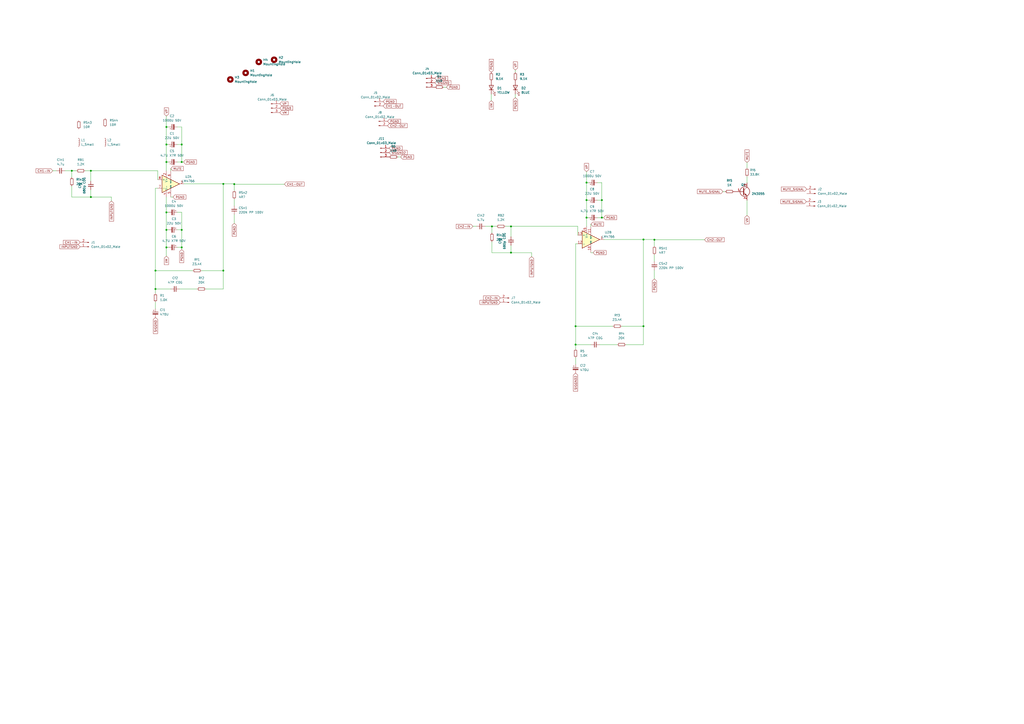
<source format=kicad_sch>
(kicad_sch (version 20231120) (generator "eeschema") (generator_version "8.0")
  (paper "A2")
  (lib_symbols
    (symbol "Amplifier_Audio:LM4766" (pin_names (offset 0.127))
      (property "Reference" "U" (at 5.08 6.35 0))
      (property "Value" "LM4766" (at 5.08 3.81 0))
      (symbol "LM4766_0_1"
        (polyline (pts (xy -5.08 5.08) (xy 5.08 0) (xy -5.08 -5.08) (xy -5.08 5.08)) (stroke (width 0.254)) (fill (type background)))
      )
      (symbol "LM4766_1_1"
        (pin power_in line (at -2.54 7.62 270) (length 3.81) (name "V+") (number "2"))
        (pin output line (at 7.62 0 180) (length 2.54) (name "~") (number "3"))
        (pin power_in line (at -2.54 -7.62 90) (length 3.81) (name "V-") (number "4"))
        (pin power_in line (at 0 -7.62 90) (length 5.08) (name "GND") (number "5"))
        (pin input line (at 0 7.62 270) (length 5.08) (name "MUTE") (number "6"))
        (pin input line (at -7.62 -2.54 0) (length 2.54) (name "-") (number "7"))
        (pin input line (at -7.62 2.54 0) (length 2.54) (name "+") (number "8"))
        (pin no_connect line (at 0 2.54 270) (length 2.54) hide (name "NC") (number "9"))
      )
      (symbol "LM4766_2_1"
        (pin output line (at 7.62 0 180) (length 2.54) (name "~") (number "1"))
        (pin power_in line (at 0 -7.62 90) (length 5.08) (name "GND") (number "10"))
        (pin input line (at 0 7.62 270) (length 5.08) (name "MUTE") (number "11"))
        (pin input line (at -7.62 -2.54 0) (length 2.54) (name "-") (number "12"))
        (pin input line (at -7.62 2.54 0) (length 2.54) (name "+") (number "13"))
        (pin no_connect line (at 0 2.54 270) (length 2.54) hide (name "NC") (number "14"))
        (pin power_in line (at -2.54 7.62 270) (length 3.81) (name "V+") (number "15"))
      )
    )
    (symbol "Connector:Conn_01x02_Male" (pin_names (offset 1.016) hide)
      (property "Reference" "J" (at 0 2.54 0))
      (property "Value" "Conn_01x02_Male" (at 0 -5.08 0))
      (symbol "Conn_01x02_Male_1_1"
        (polyline (pts (xy 1.27 -2.54) (xy 0.8636 -2.54)) (stroke (width 0.1524)))
        (polyline (pts (xy 1.27 0) (xy 0.8636 0)) (stroke (width 0.1524)))
        (rectangle (start 0.8636 -2.413) (end 0 -2.667) (stroke (width 0.1524)) (fill (type outline)))
        (rectangle (start 0.8636 0.127) (end 0 -0.127) (stroke (width 0.1524)) (fill (type outline)))
        (pin passive line (at 5.08 0 180) (length 3.81) (name "Pin_1") (number "1"))
        (pin passive line (at 5.08 -2.54 180) (length 3.81) (name "Pin_2") (number "2"))
      )
    )
    (symbol "Connector:Conn_01x03_Male" (pin_names (offset 1.016) hide)
      (property "Reference" "J" (at 0 5.08 0))
      (property "Value" "Conn_01x03_Male" (at 0 -5.08 0))
      (symbol "Conn_01x03_Male_1_1"
        (polyline (pts (xy 1.27 -2.54) (xy 0.8636 -2.54)) (stroke (width 0.1524)))
        (polyline (pts (xy 1.27 0) (xy 0.8636 0)) (stroke (width 0.1524)))
        (polyline (pts (xy 1.27 2.54) (xy 0.8636 2.54)) (stroke (width 0.1524)))
        (rectangle (start 0.8636 -2.413) (end 0 -2.667) (stroke (width 0.1524)) (fill (type outline)))
        (rectangle (start 0.8636 0.127) (end 0 -0.127) (stroke (width 0.1524)) (fill (type outline)))
        (rectangle (start 0.8636 2.667) (end 0 2.413) (stroke (width 0.1524)) (fill (type outline)))
        (pin passive line (at 5.08 2.54 180) (length 3.81) (name "Pin_1") (number "1"))
        (pin passive line (at 5.08 0 180) (length 3.81) (name "Pin_2") (number "2"))
        (pin passive line (at 5.08 -2.54 180) (length 3.81) (name "Pin_3") (number "3"))
      )
    )
    (symbol "Device:C_Polarized_Small" (pin_numbers hide) (pin_names (offset 0.254) hide)
      (property "Reference" "C" (at 0.254 1.778 0))
      (property "Value" "C_Polarized_Small" (at 0.254 -2.032 0))
      (symbol "C_Polarized_Small_0_1"
        (rectangle (start -1.524 -0.3048) (end 1.524 -0.6858) (fill (type outline)))
        (rectangle (start -1.524 0.6858) (end 1.524 0.3048))
        (polyline (pts (xy -1.27 1.524) (xy -0.762 1.524)))
        (polyline (pts (xy -1.016 1.27) (xy -1.016 1.778)))
      )
      (symbol "C_Polarized_Small_1_1"
        (pin passive line (at 0 2.54 270) (length 1.8542) (name "~") (number "1"))
        (pin passive line (at 0 -2.54 90) (length 1.8542) (name "~") (number "2"))
      )
    )
    (symbol "Device:C_Small" (pin_numbers hide) (pin_names (offset 0.254) hide)
      (property "Reference" "C" (at 0.254 1.778 0))
      (property "Value" "C_Small" (at 0.254 -2.032 0))
      (symbol "C_Small_0_1"
        (polyline (pts (xy -1.524 -0.508) (xy 1.524 -0.508)) (stroke (width 0.3302)))
        (polyline (pts (xy -1.524 0.508) (xy 1.524 0.508)) (stroke (width 0.3048)))
      )
      (symbol "C_Small_1_1"
        (pin passive line (at 0 2.54 270) (length 2.032) (name "~") (number "1"))
        (pin passive line (at 0 -2.54 90) (length 2.032) (name "~") (number "2"))
      )
    )
    (symbol "Device:LED" (pin_numbers hide) (pin_names (offset 1.016) hide)
      (property "Reference" "D" (at 0 2.54 0))
      (property "Value" "LED" (at 0 -2.54 0))
      (symbol "LED_0_1"
        (polyline (pts (xy -1.27 -1.27) (xy -1.27 1.27)) (stroke (width 0.254)))
        (polyline (pts (xy -1.27 0) (xy 1.27 0)))
        (polyline (pts (xy 1.27 -1.27) (xy 1.27 1.27) (xy -1.27 0) (xy 1.27 -1.27)) (stroke (width 0.254)))
        (polyline (pts (xy -3.048 -0.762) (xy -4.572 -2.286) (xy -3.81 -2.286) (xy -4.572 -2.286) (xy -4.572 -1.524)))
        (polyline (pts (xy -1.778 -0.762) (xy -3.302 -2.286) (xy -2.54 -2.286) (xy -3.302 -2.286) (xy -3.302 -1.524)))
      )
      (symbol "LED_1_1"
        (pin passive line (at -3.81 0 0) (length 2.54) (name "K") (number "1"))
        (pin passive line (at 3.81 0 180) (length 2.54) (name "A") (number "2"))
      )
    )
    (symbol "Device:L_Small" (pin_numbers hide) (pin_names (offset 0.254) hide)
      (property "Reference" "L" (at 0.762 1.016 0))
      (property "Value" "L_Small" (at 0.762 -1.016 0))
      (symbol "L_Small_0_1"
        (arc (start 0 -2.032) (mid 0.5058 -1.524) (end 0 -1.016))
        (arc (start 0 -1.016) (mid 0.5058 -0.508) (end 0 0))
        (arc (start 0 0) (mid 0.5058 0.508) (end 0 1.016))
        (arc (start 0 1.016) (mid 0.5058 1.524) (end 0 2.032))
      )
      (symbol "L_Small_1_1"
        (pin passive line (at 0 2.54 270) (length 0.508) (name "~") (number "1"))
        (pin passive line (at 0 -2.54 90) (length 0.508) (name "~") (number "2"))
      )
    )
    (symbol "Device:R_Small" (pin_numbers hide) (pin_names (offset 0.254) hide)
      (property "Reference" "R" (at 0.762 0.508 0))
      (property "Value" "R_Small" (at 0.762 -1.016 0))
      (symbol "R_Small_0_1"
        (rectangle (start -0.762 1.778) (end 0.762 -1.778) (stroke (width 0.2032)))
      )
      (symbol "R_Small_1_1"
        (pin passive line (at 0 2.54 270) (length 0.762) (name "~") (number "1"))
        (pin passive line (at 0 -2.54 90) (length 0.762) (name "~") (number "2"))
      )
    )
    (symbol "Mechanical:MountingHole" (pin_names (offset 1.016))
      (property "Reference" "H" (at 0 5.08 0))
      (property "Value" "MountingHole" (at 0 3.175 0))
      (symbol "MountingHole_0_1"
        (circle (center 0 0) (radius 1.27) (stroke (width 1.27)))
      )
    )
    (symbol "Transistor_BJT:2N3055" (pin_names (offset 0) hide)
      (property "Reference" "Q" (at 5.08 1.905 0))
      (property "Value" "2N3055" (at 5.08 0 0))
      (symbol "2N3055_0_1"
        (polyline (pts (xy 0.635 0.635) (xy 2.54 2.54)))
        (polyline (pts (xy 0.635 -0.635) (xy 2.54 -2.54) (xy 2.54 -2.54)))
        (polyline (pts (xy 0.635 1.905) (xy 0.635 -1.905) (xy 0.635 -1.905)) (stroke (width 0.508)))
        (polyline (pts (xy 1.27 -1.778) (xy 1.778 -1.27) (xy 2.286 -2.286) (xy 1.27 -1.778) (xy 1.27 -1.778)) (fill (type outline)))
        (circle (center 1.27 0) (radius 2.8194) (stroke (width 0.254)))
      )
      (symbol "2N3055_1_1"
        (pin input line (at -5.08 0 0) (length 5.715) (name "B") (number "1"))
        (pin passive line (at 2.54 -5.08 90) (length 2.54) (name "E") (number "2"))
        (pin passive line (at 2.54 5.08 270) (length 2.54) (name "C") (number "3"))
      )
    )
  )
  (junction (at 349.123 116.078))
  (junction (at 373.253 138.938))
  (junction (at 96.52 83.82))
  (junction (at 340.233 105.918))
  (junction (at 349.123 126.238))
  (junction (at 129.54 106.68))
  (junction (at 96.52 123.19))
  (junction (at 135.89 106.807))
  (junction (at 52.705 114.3))
  (junction (at 129.54 156.972))
  (junction (at 90.17 156.972))
  (junction (at 105.41 83.82))
  (junction (at 90.17 167.64))
  (junction (at 373.253 189.23))
  (junction (at 105.41 93.98))
  (junction (at 296.418 146.558))
  (junction (at 96.52 73.66))
  (junction (at 340.233 126.238))
  (junction (at 340.233 116.078))
  (junction (at 41.656 99.06))
  (junction (at 333.883 189.23))
  (junction (at 296.418 131.318))
  (junction (at 105.41 133.35))
  (junction (at 333.883 199.898))
  (junction (at 52.705 99.06))
  (junction (at 96.52 143.51))
  (junction (at 379.603 139.065))
  (junction (at 96.52 93.98))
  (junction (at 96.52 133.35))
  (junction (at 285.369 131.318))
  (junction (at 105.41 143.51))
  (wire (pts (xy 90.17 156.972) (xy 90.17 167.64)))
  (wire (pts (xy 116.84 156.972) (xy 129.54 156.972)))
  (wire (pts (xy 335.153 141.478) (xy 333.883 141.478)))
  (wire (pts (xy 102.87 133.35) (xy 105.41 133.35)))
  (wire (pts (xy 433.324 116.205) (xy 433.324 124.968)))
  (wire (pts (xy 308.356 146.558) (xy 308.356 148.844)))
  (wire (pts (xy 333.883 207.518) (xy 333.883 211.328)))
  (wire (pts (xy 419.354 111.125) (xy 420.624 111.125)))
  (wire (pts (xy 105.41 83.82) (xy 105.41 93.98)))
  (wire (pts (xy 340.233 105.918) (xy 341.503 105.918)))
  (wire (pts (xy 52.705 99.06) (xy 91.44 99.06)))
  (wire (pts (xy 135.89 115.57) (xy 135.89 119.38)))
  (wire (pts (xy 90.17 156.972) (xy 111.76 156.972)))
  (wire (pts (xy 281.432 131.318) (xy 285.369 131.318)))
  (wire (pts (xy 340.233 116.078) (xy 340.233 126.238)))
  (wire (pts (xy 379.603 147.828) (xy 379.603 151.638)))
  (wire (pts (xy 285.369 146.558) (xy 296.418 146.558)))
  (wire (pts (xy 41.656 114.3) (xy 52.705 114.3)))
  (wire (pts (xy 342.773 146.558) (xy 344.043 146.558)))
  (wire (pts (xy 285.369 140.208) (xy 285.369 146.558)))
  (wire (pts (xy 96.52 133.35) (xy 96.52 143.51)))
  (wire (pts (xy 96.52 123.19) (xy 96.52 133.35)))
  (wire (pts (xy 373.253 138.938) (xy 373.253 189.23)))
  (wire (pts (xy 230.759 91.059) (xy 232.41 91.059)))
  (wire (pts (xy 285.369 131.318) (xy 288.036 131.318)))
  (wire (pts (xy 105.41 143.51) (xy 105.41 144.78)))
  (wire (pts (xy 129.54 106.68) (xy 129.54 156.972)))
  (wire (pts (xy 91.44 99.06) (xy 91.44 104.14)))
  (wire (pts (xy 96.52 133.35) (xy 97.79 133.35)))
  (wire (pts (xy 129.54 156.972) (xy 129.54 167.64)))
  (wire (pts (xy 105.41 73.66) (xy 105.41 83.82)))
  (wire (pts (xy 296.418 131.318) (xy 296.418 137.287)))
  (wire (pts (xy 90.17 109.22) (xy 90.17 156.972)))
  (wire (pts (xy 340.233 126.238) (xy 341.503 126.238)))
  (wire (pts (xy 346.583 126.238) (xy 349.123 126.238)))
  (wire (pts (xy 119.38 167.64) (xy 129.54 167.64)))
  (wire (pts (xy 293.116 131.318) (xy 296.418 131.318)))
  (wire (pts (xy 335.153 131.318) (xy 335.153 136.398)))
  (wire (pts (xy 105.41 93.98) (xy 106.426 93.98)))
  (wire (pts (xy 96.52 143.51) (xy 97.79 143.51)))
  (wire (pts (xy 99.06 114.3) (xy 100.33 114.3)))
  (wire (pts (xy 102.87 73.66) (xy 105.41 73.66)))
  (wire (pts (xy 349.123 126.238) (xy 350.139 126.238)))
  (wire (pts (xy 346.583 116.078) (xy 349.123 116.078)))
  (wire (pts (xy 30.607 99.06) (xy 32.639 99.06)))
  (wire (pts (xy 433.324 102.489) (xy 433.324 106.045)))
  (wire (pts (xy 135.89 106.807) (xy 135.89 110.49)))
  (wire (pts (xy 49.403 99.06) (xy 52.705 99.06)))
  (wire (pts (xy 41.656 99.06) (xy 41.656 102.87)))
  (wire (pts (xy 52.705 114.3) (xy 64.643 114.3)))
  (wire (pts (xy 129.54 106.68) (xy 135.89 106.68)))
  (wire (pts (xy 96.52 83.82) (xy 97.79 83.82)))
  (wire (pts (xy 99.06 167.64) (xy 90.17 167.64)))
  (wire (pts (xy 360.553 189.23) (xy 373.253 189.23)))
  (wire (pts (xy 333.883 199.898) (xy 333.883 202.438)))
  (wire (pts (xy 102.87 143.51) (xy 105.41 143.51)))
  (wire (pts (xy 333.883 141.478) (xy 333.883 189.23)))
  (wire (pts (xy 52.705 110.109) (xy 52.705 114.3)))
  (wire (pts (xy 105.41 133.35) (xy 105.41 143.51)))
  (wire (pts (xy 340.233 99.568) (xy 340.233 105.918)))
  (wire (pts (xy 135.89 106.807) (xy 135.89 106.68)))
  (wire (pts (xy 340.233 116.078) (xy 341.503 116.078)))
  (wire (pts (xy 379.603 139.065) (xy 408.686 139.065)))
  (wire (pts (xy 96.52 73.66) (xy 96.52 83.82)))
  (wire (pts (xy 96.52 73.66) (xy 97.79 73.66)))
  (wire (pts (xy 379.603 156.718) (xy 379.603 161.798)))
  (wire (pts (xy 105.41 123.19) (xy 105.41 133.35)))
  (wire (pts (xy 135.89 106.807) (xy 164.973 106.807)))
  (wire (pts (xy 333.883 189.23) (xy 355.473 189.23)))
  (wire (pts (xy 284.988 58.42) (xy 284.988 54.61)))
  (wire (pts (xy 346.583 105.918) (xy 349.123 105.918)))
  (wire (pts (xy 298.958 56.642) (xy 298.958 54.61)))
  (wire (pts (xy 41.656 107.95) (xy 41.656 114.3)))
  (wire (pts (xy 347.853 199.898) (xy 358.013 199.898)))
  (wire (pts (xy 37.719 99.06) (xy 41.656 99.06)))
  (wire (pts (xy 91.44 109.22) (xy 90.17 109.22)))
  (wire (pts (xy 433.324 94.234) (xy 433.324 97.409)))
  (wire (pts (xy 379.603 139.065) (xy 379.603 142.748)))
  (wire (pts (xy 96.52 83.82) (xy 96.52 93.98)))
  (wire (pts (xy 342.773 199.898) (xy 333.883 199.898)))
  (wire (pts (xy 135.89 124.46) (xy 135.89 129.54)))
  (wire (pts (xy 96.52 123.19) (xy 97.79 123.19)))
  (wire (pts (xy 363.093 199.898) (xy 373.253 199.898)))
  (wire (pts (xy 99.06 97.79) (xy 99.06 99.06)))
  (wire (pts (xy 102.87 83.82) (xy 105.41 83.82)))
  (wire (pts (xy 333.883 189.23) (xy 333.883 199.898)))
  (wire (pts (xy 296.418 131.318) (xy 335.153 131.318)))
  (wire (pts (xy 257.302 50.546) (xy 258.953 50.546)))
  (wire (pts (xy 90.17 175.26) (xy 90.17 179.07)))
  (wire (pts (xy 349.123 105.918) (xy 349.123 116.078)))
  (wire (pts (xy 373.253 138.938) (xy 379.603 138.938)))
  (wire (pts (xy 90.17 167.64) (xy 90.17 170.18)))
  (wire (pts (xy 340.233 105.918) (xy 340.233 116.078)))
  (wire (pts (xy 102.87 93.98) (xy 105.41 93.98)))
  (wire (pts (xy 373.253 189.23) (xy 373.253 199.898)))
  (wire (pts (xy 96.52 114.3) (xy 96.52 123.19)))
  (wire (pts (xy 285.369 131.318) (xy 285.369 135.128)))
  (wire (pts (xy 106.68 106.68) (xy 129.54 106.68)))
  (wire (pts (xy 296.418 142.367) (xy 296.418 146.558)))
  (wire (pts (xy 96.52 93.98) (xy 97.79 93.98)))
  (wire (pts (xy 342.773 130.048) (xy 342.773 131.318)))
  (wire (pts (xy 96.52 143.51) (xy 96.52 148.59)))
  (wire (pts (xy 52.705 99.06) (xy 52.705 105.029)))
  (wire (pts (xy 349.123 116.078) (xy 349.123 126.238)))
  (wire (pts (xy 64.643 114.3) (xy 64.643 116.586)))
  (wire (pts (xy 104.14 167.64) (xy 114.3 167.64)))
  (wire (pts (xy 296.418 146.558) (xy 308.356 146.558)))
  (wire (pts (xy 102.87 123.19) (xy 105.41 123.19)))
  (wire (pts (xy 340.233 126.238) (xy 340.233 131.318)))
  (wire (pts (xy 274.32 131.318) (xy 276.352 131.318)))
  (wire (pts (xy 298.958 40.64) (xy 298.958 41.91)))
  (wire (pts (xy 41.656 99.06) (xy 44.323 99.06)))
  (wire (pts (xy 96.52 93.98) (xy 96.52 99.06)))
  (wire (pts (xy 96.52 67.31) (xy 96.52 73.66)))
  (wire (pts (xy 350.393 138.938) (xy 373.253 138.938)))
  (wire (pts (xy 379.603 139.065) (xy 379.603 138.938)))
  (global_label "MUTE" (shape input) (at 342.773 130.048 0) (property "Intersheetrefs" "${INTERSHEET_REFS}" (effects (hide yes))))
  (global_label "CH1-OUT" (shape input) (at 164.973 106.807 0) (property "Intersheetrefs" "${INTERSHEET_REFS}" (effects (hide yes))))
  (global_label "VP" (shape input) (at 298.958 40.64 90) (property "Intersheetrefs" "${INTERSHEET_REFS}" (effects (hide yes))))
  (global_label "PGND" (shape input) (at 298.958 56.642 270) (property "Intersheetrefs" "${INTERSHEET_REFS}" (effects (hide yes))))
  (global_label "PGND" (shape input) (at 105.41 144.78 270) (property "Intersheetrefs" "${INTERSHEET_REFS}" (effects (hide yes))))
  (global_label "PGND" (shape input) (at 225.679 85.979 0) (property "Intersheetrefs" "${INTERSHEET_REFS}" (effects (hide yes))))
  (global_label "CH1-IN" (shape input) (at 46.482 140.589 180) (property "Intersheetrefs" "${INTERSHEET_REFS}" (effects (hide yes))))
  (global_label "PGND" (shape input) (at 162.306 62.738 0) (property "Intersheetrefs" "${INTERSHEET_REFS}" (effects (hide yes))))
  (global_label "VM" (shape input) (at 433.324 124.968 270) (property "Intersheetrefs" "${INTERSHEET_REFS}" (effects (hide yes))))
  (global_label "CH1-IN" (shape input) (at 30.607 99.06 180) (property "Intersheetrefs" "${INTERSHEET_REFS}" (effects (hide yes))))
  (global_label "PGND" (shape input) (at 258.953 50.546 0) (property "Intersheetrefs" "${INTERSHEET_REFS}" (effects (hide yes))))
  (global_label "MUTE_SIGNAL" (shape input) (at 467.741 116.967 180) (property "Intersheetrefs" "${INTERSHEET_REFS}" (effects (hide yes))))
  (global_label "VP" (shape input) (at 162.306 60.198 0) (property "Intersheetrefs" "${INTERSHEET_REFS}" (effects (hide yes))))
  (global_label "SIGGND" (shape input) (at 90.17 184.15 270) (property "Intersheetrefs" "${INTERSHEET_REFS}" (effects (hide yes))))
  (global_label "SIGGND" (shape input) (at 252.222 48.006 0) (property "Intersheetrefs" "${INTERSHEET_REFS}" (effects (hide yes))))
  (global_label "VP" (shape input) (at 340.233 99.568 90) (property "Intersheetrefs" "${INTERSHEET_REFS}" (effects (hide yes))))
  (global_label "PGND" (shape input) (at 252.222 45.466 0) (property "Intersheetrefs" "${INTERSHEET_REFS}" (effects (hide yes))))
  (global_label "CH2-IN" (shape input) (at 290.195 172.847 180) (property "Intersheetrefs" "${INTERSHEET_REFS}" (effects (hide yes))))
  (global_label "VM" (shape input) (at 162.306 65.278 0) (property "Intersheetrefs" "${INTERSHEET_REFS}" (effects (hide yes))))
  (global_label "PGND" (shape input) (at 100.33 114.3 0) (property "Intersheetrefs" "${INTERSHEET_REFS}" (effects (hide yes))))
  (global_label "VM" (shape input) (at 284.988 58.42 270) (property "Intersheetrefs" "${INTERSHEET_REFS}" (effects (hide yes))))
  (global_label "CH2-OUT" (shape input) (at 408.686 139.065 0) (property "Intersheetrefs" "${INTERSHEET_REFS}" (effects (hide yes))))
  (global_label "VP" (shape input) (at 96.52 67.31 90) (property "Intersheetrefs" "${INTERSHEET_REFS}" (effects (hide yes))))
  (global_label "PGND" (shape input) (at 350.139 126.238 0) (property "Intersheetrefs" "${INTERSHEET_REFS}" (effects (hide yes))))
  (global_label "INPUTGND" (shape input) (at 308.356 148.844 270) (property "Intersheetrefs" "${INTERSHEET_REFS}" (effects (hide yes))))
  (global_label "INPUTGND" (shape input) (at 290.195 175.387 180) (property "Intersheetrefs" "${INTERSHEET_REFS}" (effects (hide yes))))
  (global_label "SIGGND2" (shape input) (at 333.883 216.408 270) (property "Intersheetrefs" "${INTERSHEET_REFS}" (effects (hide yes))))
  (global_label "CH2-IN" (shape input) (at 274.32 131.318 180) (property "Intersheetrefs" "${INTERSHEET_REFS}" (effects (hide yes))))
  (global_label "PGND" (shape input) (at 344.043 146.558 0) (property "Intersheetrefs" "${INTERSHEET_REFS}" (effects (hide yes))))
  (global_label "PGND" (shape input) (at 232.41 91.059 0) (property "Intersheetrefs" "${INTERSHEET_REFS}" (effects (hide yes))))
  (global_label "PGND" (shape input) (at 284.988 41.91 90) (property "Intersheetrefs" "${INTERSHEET_REFS}" (effects (hide yes))))
  (global_label "INPUTGND" (shape input) (at 46.482 143.129 180) (property "Intersheetrefs" "${INTERSHEET_REFS}" (effects (hide yes))))
  (global_label "PGND" (shape input) (at 224.79 70.358 0) (property "Intersheetrefs" "${INTERSHEET_REFS}" (effects (hide yes))))
  (global_label "MUTE_SIGNAL" (shape input) (at 419.354 111.125 180) (property "Intersheetrefs" "${INTERSHEET_REFS}" (effects (hide yes))))
  (global_label "MUTE" (shape input) (at 99.06 97.79 0) (property "Intersheetrefs" "${INTERSHEET_REFS}" (effects (hide yes))))
  (global_label "PGND" (shape input) (at 106.426 93.98 0) (property "Intersheetrefs" "${INTERSHEET_REFS}" (effects (hide yes))))
  (global_label "CH2-OUT" (shape input) (at 224.79 72.898 0) (property "Intersheetrefs" "${INTERSHEET_REFS}" (effects (hide yes))))
  (global_label "INPUTGND" (shape input) (at 64.643 116.586 270) (property "Intersheetrefs" "${INTERSHEET_REFS}" (effects (hide yes))))
  (global_label "VM" (shape input) (at 96.52 148.59 270) (property "Intersheetrefs" "${INTERSHEET_REFS}" (effects (hide yes))))
  (global_label "CH1-OUT" (shape input) (at 222.25 61.468 0) (property "Intersheetrefs" "${INTERSHEET_REFS}" (effects (hide yes))))
  (global_label "PGND" (shape input) (at 379.603 161.798 270) (property "Intersheetrefs" "${INTERSHEET_REFS}" (effects (hide yes))))
  (global_label "MUTE_SIGNAL" (shape input) (at 467.995 109.728 180) (property "Intersheetrefs" "${INTERSHEET_REFS}" (effects (hide yes))))
  (global_label "SIGGND2" (shape input) (at 225.679 88.519 0) (property "Intersheetrefs" "${INTERSHEET_REFS}" (effects (hide yes))))
  (global_label "MUTE" (shape input) (at 433.324 94.234 90) (property "Intersheetrefs" "${INTERSHEET_REFS}" (effects (hide yes))))
  (global_label "PGND" (shape input) (at 222.25 58.928 0) (property "Intersheetrefs" "${INTERSHEET_REFS}" (effects (hide yes))))
  (global_label "PGND" (shape input) (at 135.89 129.54 270) (property "Intersheetrefs" "${INTERSHEET_REFS}" (effects (hide yes))))
  (symbol (lib_id "Device:R_Small") (at 333.883 204.978 0) (unit 1)
    (property "Reference" "R5" (at 336.423 203.7079 0) (effects (justify left)))
    (property "Value" "1.0K" (at 336.423 206.2479 0) (effects (justify left)))
    (property "Footprint" "Resistor_SMD:R_1206_3216Metric_Pad1.30x1.75mm_HandSolder" (effects (hide yes)))
  )
  (symbol (lib_id "Connector:Conn_01x03_Male") (at 157.226 62.738 0) (unit 1)
    (property "Reference" "J6" (at 157.861 55.118 0))
    (property "Value" "Conn_01x03_Male" (at 157.861 57.658 0))
    (property "Footprint" "Connector_JST:JST_VH_B3P-VH-B_1x03_P3.96mm_Vertical" (effects (hide yes)))
  )
  (symbol (lib_id "Device:R_Small") (at 298.958 44.45 180) (unit 1)
    (property "Reference" "R3" (at 301.498 43.1799 0) (effects (justify right)))
    (property "Value" "9.1K" (at 301.498 45.7199 0) (effects (justify right)))
    (property "Footprint" "Resistor_SMD:R_0805_2012Metric_Pad1.20x1.40mm_HandSolder" (effects (hide yes)))
  )
  (symbol (lib_id "Device:C_Small") (at 296.418 139.827 0) (unit 1)
    (property "Reference" "Cf3" (at 290.068 139.8334 90))
    (property "Value" "680p C0G" (at 292.608 139.8334 90))
    (property "Footprint" "Capacitor_SMD:C_1206_3216Metric_Pad1.33x1.80mm_HandSolder" (effects (hide yes)))
  )
  (symbol (lib_id "Device:R_Small") (at 360.553 199.898 270) (unit 1)
    (property "Reference" "Rf4" (at 360.553 193.548 90))
    (property "Value" "20K" (at 360.553 196.088 90))
    (property "Footprint" "Resistor_SMD:R_1206_3216Metric_Pad1.30x1.75mm_HandSolder" (effects (hide yes)))
  )
  (symbol (lib_id "Device:C_Polarized_Small") (at 100.33 143.51 270) (unit 1)
    (property "Reference" "C6" (at 100.8761 137.16 90))
    (property "Value" "4.7U X7R 50V" (at 100.8761 139.7 90))
    (property "Footprint" "Capacitor_SMD:C_1206_3216Metric_Pad1.33x1.80mm_HandSolder" (effects (hide yes)))
  )
  (symbol (lib_id "Mechanical:MountingHole") (at 150.114 35.941 0) (unit 1)
    (property "Reference" "H4" (at 152.654 34.6709 0) (effects (justify left)))
    (property "Value" "MountingHole" (at 152.654 37.2109 0) (effects (justify left)))
    (property "Footprint" "MountingHole:MountingHole_3mm" (effects (hide yes)))
  )
  (symbol (lib_id "Device:R_Small") (at 254.762 50.546 90) (unit 1)
    (property "Reference" "R4" (at 254.762 44.45 90))
    (property "Value" "15R" (at 254.762 46.99 90))
    (property "Footprint" "Resistor_SMD:R_0805_2012Metric_Pad1.20x1.40mm_HandSolder" (effects (hide yes)))
  )
  (symbol (lib_id "Device:R_Small") (at 60.96 71.12 180) (unit 1)
    (property "Reference" "RSn4" (at 63.5 69.8499 0) (effects (justify right)))
    (property "Value" "10R" (at 63.5 72.3899 0) (effects (justify right)))
    (property "Footprint" "Resistor_SMD:R_4020_10251Metric_Pad1.65x5.30mm_HandSolder" (effects (hide yes)))
  )
  (symbol (lib_id "Device:C_Polarized_Small") (at 90.17 181.61 0) (unit 1)
    (property "Reference" "Ci1" (at 92.71 179.7938 0) (effects (justify left)))
    (property "Value" "470U" (at 92.71 182.3338 0) (effects (justify left)))
    (property "Footprint" "Capacitor_THT:CP_Radial_D12.5mm_P5.00mm" (effects (hide yes)))
  )
  (symbol (lib_id "Device:C_Polarized_Small") (at 344.043 126.238 90) (unit 1)
    (property "Reference" "C9" (at 343.4969 119.888 90))
    (property "Value" "4.7U X7R 50V" (at 343.4969 122.428 90))
    (property "Footprint" "Capacitor_SMD:C_1206_3216Metric_Pad1.33x1.80mm_HandSolder" (effects (hide yes)))
  )
  (symbol (lib_id "Device:R_Small") (at 379.603 145.288 180) (unit 1)
    (property "Reference" "RSn1" (at 382.143 144.0179 0) (effects (justify right)))
    (property "Value" "4R7" (at 382.143 146.5579 0) (effects (justify right)))
    (property "Footprint" "Resistor_SMD:R_2512_6332Metric_Pad1.40x3.35mm_HandSolder" (effects (hide yes)))
  )
  (symbol (lib_id "Device:R_Small") (at 135.89 113.03 180) (unit 1)
    (property "Reference" "RSn2" (at 138.43 111.7599 0) (effects (justify right)))
    (property "Value" "4R7" (at 138.43 114.2999 0) (effects (justify right)))
    (property "Footprint" "Resistor_SMD:R_2512_6332Metric_Pad1.40x3.35mm_HandSolder" (effects (hide yes)))
  )
  (symbol (lib_id "Device:R_Small") (at 290.576 131.318 90) (unit 1)
    (property "Reference" "RB2" (at 290.576 124.968 90))
    (property "Value" "1.2K" (at 290.576 127.508 90))
    (property "Footprint" "Resistor_SMD:R_1206_3216Metric_Pad1.30x1.75mm_HandSolder" (effects (hide yes)))
  )
  (symbol (lib_id "Amplifier_Audio:LM4766") (at 99.06 106.68 0) (unit 1)
    (property "Reference" "U2" (at 109.22 102.4891 0))
    (property "Value" "LM4766" (at 109.22 105.0291 0))
    (property "Footprint" "Package_TO_SOT_THT:TO-220-15_P2.54x2.54mm_StaggerOdd_Lead4.58mm_Vertical" (effects (hide yes)))
    (property "Datasheet" "http://www.ti.com/lit/ds/symlink/lm4766.pdf" (effects (hide yes)))
  )
  (symbol (lib_id "Connector:Conn_01x02_Male") (at 472.821 119.507 180) (unit 1)
    (property "Reference" "J3" (at 474.091 116.9669 0) (effects (justify right)))
    (property "Value" "Conn_01x02_Male" (at 474.091 119.5069 0) (effects (justify right)))
    (property "Footprint" "Connector_JST:JST_PH_B2B-PH-K_1x02_P2.00mm_Vertical" (effects (hide yes)))
  )
  (symbol (lib_id "Device:C_Polarized_Small") (at 344.043 116.078 90) (unit 1)
    (property "Reference" "C8" (at 343.4969 109.728 90))
    (property "Value" "22U 50V" (at 343.4969 112.268 90))
    (property "Footprint" "Capacitor_THT:CP_Radial_D6.3mm_P2.50mm" (effects (hide yes)))
  )
  (symbol (lib_id "Device:R_Small") (at 114.3 156.972 270) (unit 1)
    (property "Reference" "Rf1" (at 114.3 150.622 90))
    (property "Value" "23.4K" (at 114.3 153.162 90))
    (property "Footprint" "Resistor_SMD:R_1206_3216Metric_Pad1.30x1.75mm_HandSolder" (effects (hide yes)))
  )
  (symbol (lib_id "Connector:Conn_01x02_Male") (at 51.562 143.129 180) (unit 1)
    (property "Reference" "J1" (at 52.832 140.5889 0) (effects (justify right)))
    (property "Value" "Conn_01x02_Male" (at 52.832 143.1289 0) (effects (justify right)))
    (property "Footprint" "Connector_JST:JST_PH_B2B-PH-K_1x02_P2.00mm_Vertical" (effects (hide yes)))
  )
  (symbol (lib_id "Amplifier_Audio:LM4766") (at 342.773 138.938 0) (unit 2)
    (property "Reference" "U2" (at 352.806 134.7471 0))
    (property "Value" "LM4766" (at 352.806 137.2871 0))
    (property "Footprint" "Package_TO_SOT_THT:TO-220-15_P2.54x2.54mm_StaggerOdd_Lead4.58mm_Vertical" (effects (hide yes)))
    (property "Datasheet" "http://www.ti.com/lit/ds/symlink/lm4766.pdf" (effects (hide yes)))
  )
  (symbol (lib_id "Device:R_Small") (at 90.17 172.72 0) (unit 1)
    (property "Reference" "R1" (at 92.71 171.4499 0) (effects (justify left)))
    (property "Value" "1.0K" (at 92.71 173.9899 0) (effects (justify left)))
    (property "Footprint" "Resistor_SMD:R_1206_3216Metric_Pad1.30x1.75mm_HandSolder" (effects (hide yes)))
  )
  (symbol (lib_id "Device:C_Small") (at 35.179 99.06 90) (unit 1)
    (property "Reference" "Cin1" (at 35.1853 92.71 90))
    (property "Value" "4.7u" (at 35.1853 95.25 90))
    (property "Footprint" "Components:4.7uF Polypropylene Aliexpress" (effects (hide yes)))
  )
  (symbol (lib_id "Device:R_Small") (at 285.369 137.668 180) (unit 1)
    (property "Reference" "Rin2" (at 287.909 136.3979 0) (effects (justify right)))
    (property "Value" "20K" (at 287.909 138.9379 0) (effects (justify right)))
    (property "Footprint" "Resistor_SMD:R_1206_3216Metric_Pad1.30x1.75mm_HandSolder" (effects (hide yes)))
  )
  (symbol (lib_id "Mechanical:MountingHole") (at 133.604 46.101 0) (unit 1)
    (property "Reference" "H3" (at 136.144 44.8309 0) (effects (justify left)))
    (property "Value" "MountingHole" (at 136.144 47.3709 0) (effects (justify left)))
    (property "Footprint" "MountingHole:MountingHole_3mm" (effects (hide yes)))
  )
  (symbol (lib_id "Device:C_Small") (at 52.705 107.569 0) (unit 1)
    (property "Reference" "Cf1" (at 46.355 107.5754 90))
    (property "Value" "680p C0G" (at 48.895 107.5754 90))
    (property "Footprint" "Capacitor_SMD:C_1206_3216Metric_Pad1.33x1.80mm_HandSolder" (effects (hide yes)))
  )
  (symbol (lib_id "Device:R_Small") (at 116.84 167.64 270) (unit 1)
    (property "Reference" "Rf2" (at 116.84 161.29 90))
    (property "Value" "20K" (at 116.84 163.83 90))
    (property "Footprint" "Resistor_SMD:R_1206_3216Metric_Pad1.30x1.75mm_HandSolder" (effects (hide yes)))
  )
  (symbol (lib_id "Connector:Conn_01x02_Male") (at 219.71 70.358 0) (unit 1)
    (property "Reference" "J8" (at 220.345 65.278 0))
    (property "Value" "Conn_01x02_Male" (at 220.345 67.818 0))
    (property "Footprint" "Connector_JST:JST_VH_B2P-VH_1x02_P3.96mm_Vertical" (effects (hide yes)))
  )
  (symbol (lib_id "Device:R_Small") (at 284.988 44.45 180) (unit 1)
    (property "Reference" "R2" (at 287.528 43.1799 0) (effects (justify right)))
    (property "Value" "9.1K" (at 287.528 45.7199 0) (effects (justify right)))
    (property "Footprint" "Resistor_SMD:R_0805_2012Metric_Pad1.20x1.40mm_HandSolder" (effects (hide yes)))
  )
  (symbol (lib_id "Transistor_BJT:2N3055") (at 430.784 111.125 0) (unit 1)
    (property "Reference" "Q1" (at 429.895 107.188 0) (effects (justify left)))
    (property "Value" "2N3055" (at 435.991 112.3949 0) (effects (justify left)))
    (property "Footprint" "Package_TO_SOT_SMD:TSOT-23" (effects (hide yes)))
    (property "Datasheet" "http://www.onsemi.com/pub_link/Collateral/2N3055-D.PDF" (effects (hide yes)))
  )
  (symbol (lib_id "Mechanical:MountingHole") (at 142.494 42.291 0) (unit 1)
    (property "Reference" "H1" (at 145.034 41.0209 0) (effects (justify left)))
    (property "Value" "MountingHole" (at 145.034 43.5609 0) (effects (justify left)))
    (property "Footprint" "MountingHole:MountingHole_3mm" (effects (hide yes)))
  )
  (symbol (lib_id "Device:C_Small") (at 345.313 199.898 270) (unit 1)
    (property "Reference" "Cf4" (at 345.3066 193.548 90))
    (property "Value" "47P C0G" (at 345.3066 196.088 90))
    (property "Footprint" "Capacitor_SMD:C_1206_3216Metric_Pad1.33x1.80mm_HandSolder" (effects (hide yes)))
  )
  (symbol (lib_id "Device:C_Polarized_Small") (at 333.883 213.868 0) (unit 1)
    (property "Reference" "Ci2" (at 336.423 212.0518 0) (effects (justify left)))
    (property "Value" "470U" (at 336.423 214.5918 0) (effects (justify left)))
    (property "Footprint" "Capacitor_THT:CP_Radial_D12.5mm_P5.00mm" (effects (hide yes)))
  )
  (symbol (lib_id "Device:LED") (at 284.988 50.8 90) (unit 1)
    (property "Reference" "D1" (at 288.417 51.1174 90) (effects (justify right)))
    (property "Value" "YELLOW" (at 288.417 53.6574 90) (effects (justify right)))
    (property "Footprint" "LED_SMD:LED_0805_2012Metric_Pad1.15x1.40mm_HandSolder" (effects (hide yes)))
  )
  (symbol (lib_id "Device:R_Small") (at 41.656 105.41 180) (unit 1)
    (property "Reference" "Rin1" (at 44.196 104.1399 0) (effects (justify right)))
    (property "Value" "20K" (at 44.196 106.6799 0) (effects (justify right)))
    (property "Footprint" "Resistor_SMD:R_1206_3216Metric_Pad1.30x1.75mm_HandSolder" (effects (hide yes)))
  )
  (symbol (lib_id "Device:C_Small") (at 101.6 167.64 270) (unit 1)
    (property "Reference" "Cf2" (at 101.5936 161.29 90))
    (property "Value" "47P C0G" (at 101.5936 163.83 90))
    (property "Footprint" "Capacitor_SMD:C_1206_3216Metric_Pad1.33x1.80mm_HandSolder" (effects (hide yes)))
  )
  (symbol (lib_id "Device:R_Small") (at 358.013 189.23 270) (unit 1)
    (property "Reference" "Rf3" (at 358.013 182.88 90))
    (property "Value" "23.4K" (at 358.013 185.42 90))
    (property "Footprint" "Resistor_SMD:R_1206_3216Metric_Pad1.30x1.75mm_HandSolder" (effects (hide yes)))
  )
  (symbol (lib_id "Mechanical:MountingHole") (at 159.004 34.671 0) (unit 1)
    (property "Reference" "H2" (at 161.544 33.4009 0) (effects (justify left)))
    (property "Value" "MountingHole" (at 161.544 35.9409 0) (effects (justify left)))
    (property "Footprint" "MountingHole:MountingHole_3mm" (effects (hide yes)))
  )
  (symbol (lib_id "Connector:Conn_01x02_Male") (at 217.17 58.928 0) (unit 1)
    (property "Reference" "J5" (at 217.805 53.848 0))
    (property "Value" "Conn_01x02_Male" (at 217.805 56.388 0))
    (property "Footprint" "Connector_JST:JST_VH_B2P-VH_1x02_P3.96mm_Vertical" (effects (hide yes)))
  )
  (symbol (lib_id "Device:C_Polarized_Small") (at 344.043 105.918 90) (unit 1)
    (property "Reference" "C7" (at 343.4969 99.568 90))
    (property "Value" "1000U 50V" (at 343.4969 102.108 90))
    (property "Footprint" "Capacitor_THT:CP_Radial_D12.5mm_P5.00mm" (effects (hide yes)))
  )
  (symbol (lib_id "Device:C_Polarized_Small") (at 100.33 83.82 90) (unit 1)
    (property "Reference" "C1" (at 99.7839 77.47 90))
    (property "Value" "22U 50V" (at 99.7839 80.01 90))
    (property "Footprint" "Capacitor_THT:CP_Radial_D6.3mm_P2.50mm" (effects (hide yes)))
  )
  (symbol (lib_id "Connector:Conn_01x02_Male") (at 295.275 175.387 180) (unit 1)
    (property "Reference" "J7" (at 296.545 172.8469 0) (effects (justify right)))
    (property "Value" "Conn_01x02_Male" (at 296.545 175.3869 0) (effects (justify right)))
    (property "Footprint" "Connector_JST:JST_PH_B2B-PH-K_1x02_P2.00mm_Vertical" (effects (hide yes)))
  )
  (symbol (lib_id "Device:L_Small") (at 45.72 82.55 0) (unit 1)
    (property "Reference" "L1" (at 46.99 81.2799 0) (effects (justify left)))
    (property "Value" "L_Small" (at 46.99 83.8199 0) (effects (justify left)))
    (property "Footprint" "Custom:500nH Inductor Aliexpress Air Gap" (effects (hide yes)))
    (property "Description" "Inductor, small symbol" (effects (hide yes)))
  )
  (symbol (lib_id "Device:C_Small") (at 135.89 121.92 180) (unit 1)
    (property "Reference" "CSn1" (at 138.43 120.6435 0) (effects (justify right)))
    (property "Value" "220N PP 100V" (at 138.43 123.1835 0) (effects (justify right)))
    (property "Footprint" "Capacitor_THT:C_Rect_L18.0mm_W7.0mm_P15.00mm_FKS3_FKP3" (effects (hide yes)))
  )
  (symbol (lib_id "Connector:Conn_01x02_Male") (at 473.075 112.268 180) (unit 1)
    (property "Reference" "J2" (at 474.345 109.7279 0) (effects (justify right)))
    (property "Value" "Conn_01x02_Male" (at 474.345 112.2679 0) (effects (justify right)))
    (property "Footprint" "Connector_JST:JST_PH_B2B-PH-K_1x02_P2.00mm_Vertical" (effects (hide yes)))
  )
  (symbol (lib_id "Device:R_Small") (at 46.863 99.06 90) (unit 1)
    (property "Reference" "RB1" (at 46.863 92.71 90))
    (property "Value" "1.2K" (at 46.863 95.25 90))
    (property "Footprint" "Resistor_SMD:R_1206_3216Metric_Pad1.30x1.75mm_HandSolder" (effects (hide yes)))
  )
  (symbol (lib_id "Connector:Conn_01x03_Male") (at 220.599 88.519 0) (unit 1)
    (property "Reference" "J11" (at 221.234 80.391 0))
    (property "Value" "Conn_01x03_Male" (at 221.234 82.931 0))
    (property "Footprint" "Connector_PinHeader_2.54mm:PinHeader_1x03_P2.54mm_Vertical" (effects (hide yes)))
  )
  (symbol (lib_id "Device:L_Small") (at 60.96 82.55 0) (unit 1)
    (property "Reference" "L2" (at 62.23 81.2799 0) (effects (justify left)))
    (property "Value" "L_Small" (at 62.23 83.8199 0) (effects (justify left)))
    (property "Footprint" "Custom:500nH Inductor Aliexpress Air Gap" (effects (hide yes)))
    (property "Description" "Inductor, small symbol" (effects (hide yes)))
  )
  (symbol (lib_id "Device:LED") (at 298.958 50.8 90) (unit 1)
    (property "Reference" "D2" (at 302.387 51.1174 90) (effects (justify right)))
    (property "Value" "BLUE" (at 302.387 53.6574 90) (effects (justify right)))
    (property "Footprint" "LED_SMD:LED_0805_2012Metric_Pad1.15x1.40mm_HandSolder" (effects (hide yes)))
  )
  (symbol (lib_id "Device:C_Polarized_Small") (at 100.33 93.98 90) (unit 1)
    (property "Reference" "C5" (at 99.7839 87.63 90))
    (property "Value" "4.7U X7R 50V" (at 99.7839 90.17 90))
    (property "Footprint" "Capacitor_SMD:C_1206_3216Metric_Pad1.33x1.80mm_HandSolder" (effects (hide yes)))
  )
  (symbol (lib_id "Device:R_Small") (at 45.72 72.39 180) (unit 1)
    (property "Reference" "RSn3" (at 48.26 71.1199 0) (effects (justify right)))
    (property "Value" "10R" (at 48.26 73.6599 0) (effects (justify right)))
    (property "Footprint" "Resistor_SMD:R_4020_10251Metric_Pad1.65x5.30mm_HandSolder" (effects (hide yes)))
  )
  (symbol (lib_id "Device:C_Small") (at 278.892 131.318 90) (unit 1)
    (property "Reference" "Cin2" (at 278.8983 124.968 90))
    (property "Value" "4.7u" (at 278.8983 127.508 90))
    (property "Footprint" "Components:4.7uF Polypropylene Aliexpress" (effects (hide yes)))
  )
  (symbol (lib_id "Device:R_Small") (at 228.219 91.059 90) (unit 1)
    (property "Reference" "R6" (at 228.219 84.963 90))
    (property "Value" "15R" (at 228.219 87.503 90))
    (property "Footprint" "Resistor_SMD:R_0805_2012Metric_Pad1.20x1.40mm_HandSolder" (effects (hide yes)))
  )
  (symbol (lib_id "Connector:Conn_01x03_Male") (at 247.142 48.006 0) (unit 1)
    (property "Reference" "J4" (at 247.777 39.878 0))
    (property "Value" "Conn_01x03_Male" (at 247.777 42.418 0))
    (property "Footprint" "Connector_PinHeader_2.54mm:PinHeader_1x03_P2.54mm_Vertical" (effects (hide yes)))
  )
  (symbol (lib_id "Device:C_Small") (at 379.603 154.178 180) (unit 1)
    (property "Reference" "CSn2" (at 382.143 152.9015 0) (effects (justify right)))
    (property "Value" "220N PP 100V" (at 382.143 155.4415 0) (effects (justify right)))
    (property "Footprint" "Capacitor_THT:C_Rect_L18.0mm_W7.0mm_P15.00mm_FKS3_FKP3" (effects (hide yes)))
  )
  (symbol (lib_id "Device:C_Polarized_Small") (at 100.33 123.19 270) (unit 1)
    (property "Reference" "C4" (at 100.8761 116.84 90))
    (property "Value" "1000U 50V" (at 100.8761 119.38 90))
    (property "Footprint" "Capacitor_THT:CP_Radial_D12.5mm_P5.00mm" (effects (hide yes)))
  )
  (symbol (lib_id "Device:C_Polarized_Small") (at 100.33 133.35 270) (unit 1)
    (property "Reference" "C3" (at 100.8761 127 90))
    (property "Value" "22U 50V" (at 100.8761 129.54 90))
    (property "Footprint" "Capacitor_THT:CP_Radial_D6.3mm_P2.50mm" (effects (hide yes)))
  )
  (symbol (lib_id "Device:R_Small") (at 433.324 99.949 0) (unit 1)
    (property "Reference" "Rf6" (at 434.975 98.679 0) (effects (justify left)))
    (property "Value" "33.8K" (at 434.975 101.219 0) (effects (justify left)))
    (property "Footprint" "Resistor_SMD:R_0603_1608Metric_Pad0.98x0.95mm_HandSolder" (effects (hide yes)))
  )
  (symbol (lib_id "Device:R_Small") (at 423.164 111.125 270) (unit 1)
    (property "Reference" "Rf5" (at 423.164 104.775 90))
    (property "Value" "1K" (at 423.164 107.315 90))
    (property "Footprint" "Resistor_SMD:R_0603_1608Metric_Pad0.98x0.95mm_HandSolder" (effects (hide yes)))
  )
  (symbol (lib_id "Device:C_Polarized_Small") (at 100.33 73.66 90) (unit 1)
    (property "Reference" "C2" (at 99.7839 67.31 90))
    (property "Value" "1000U 50V" (at 99.7839 69.85 90))
    (property "Footprint" "Capacitor_THT:CP_Radial_D12.5mm_P5.00mm" (effects (hide yes)))
  )
)
</source>
